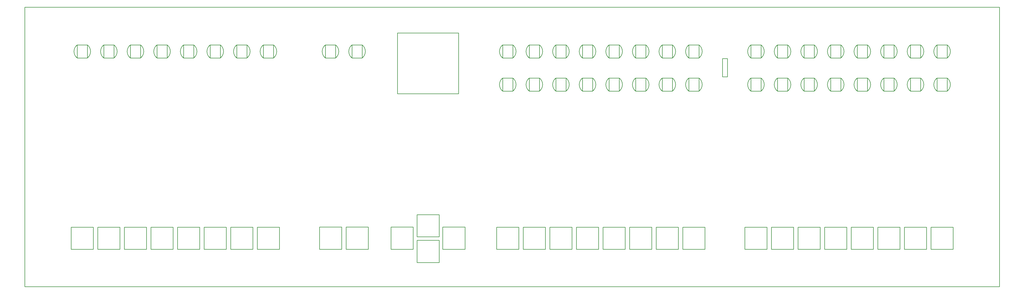
<source format=gko>
G04 Layer: BoardOutlineLayer*
G04 EasyEDA v6.5.34, 2023-08-09 00:33:26*
G04 12fa73737f744ef48033c24246624f9a,5a6b42c53f6a479593ecc07194224c93,10*
G04 Gerber Generator version 0.2*
G04 Scale: 100 percent, Rotated: No, Reflected: No *
G04 Dimensions in millimeters *
G04 leading zeros omitted , absolute positions ,4 integer and 5 decimal *
%FSLAX45Y45*%
%MOMM*%

%ADD10C,0.2540*%
D10*
X0Y12852400D02*
G01*
X44691300Y12852400D01*
X44691300Y0D01*
X0Y0D01*
X0Y12852400D01*
G75*
G01*
X3626505Y10521147D02*
G02*
X3626749Y11119843I234195J299253D01*
X3626749Y11119843D02*
G01*
X3626505Y10521147D01*
X3626302Y11120399D02*
G01*
X3626302Y10520400D01*
X3626302Y10520400D02*
G01*
X4095302Y10520400D01*
X4095302Y10520400D02*
G01*
X4095302Y11120399D01*
X4095302Y11120399D02*
G01*
X3626302Y11120399D01*
G75*
G01*
X4094897Y10521147D02*
G03*
X4094653Y11119843I-234196J299253D01*
X4094652Y11119843D02*
G01*
X4094896Y10521147D01*
G75*
G01*
X2875697Y10521147D02*
G03*
X2875453Y11119843I-234196J299253D01*
X2875452Y11119843D02*
G01*
X2875696Y10521147D01*
X2407102Y11120399D02*
G01*
X2407102Y10520400D01*
X2407102Y10520400D02*
G01*
X2876102Y10520400D01*
X2876102Y10520400D02*
G01*
X2876102Y11120399D01*
X2876102Y11120399D02*
G01*
X2407102Y11120399D01*
G75*
G01*
X2407305Y10521147D02*
G02*
X2407549Y11119843I234195J299253D01*
X2407549Y11119843D02*
G01*
X2407305Y10521147D01*
G75*
G01*
X5314097Y10521147D02*
G03*
X5313853Y11119843I-234196J299253D01*
X5313852Y11119843D02*
G01*
X5314096Y10521147D01*
X4845502Y11120399D02*
G01*
X4845502Y10520400D01*
X4845502Y10520400D02*
G01*
X5314502Y10520400D01*
X5314502Y10520400D02*
G01*
X5314502Y11120399D01*
X5314502Y11120399D02*
G01*
X4845502Y11120399D01*
G75*
G01*
X4845705Y10521147D02*
G02*
X4845949Y11119843I234195J299253D01*
X4845949Y11119843D02*
G01*
X4845705Y10521147D01*
G75*
G01*
X6533297Y10521147D02*
G03*
X6533053Y11119843I-234196J299253D01*
X6533052Y11119843D02*
G01*
X6533296Y10521147D01*
X6064702Y11120399D02*
G01*
X6064702Y10520400D01*
X6064702Y10520400D02*
G01*
X6533702Y10520400D01*
X6533702Y10520400D02*
G01*
X6533702Y11120399D01*
X6533702Y11120399D02*
G01*
X6064702Y11120399D01*
G75*
G01*
X6064905Y10521147D02*
G02*
X6065149Y11119843I234195J299253D01*
X6065149Y11119843D02*
G01*
X6064905Y10521147D01*
G75*
G01*
X7752497Y10521147D02*
G03*
X7752253Y11119843I-234196J299253D01*
X7752252Y11119843D02*
G01*
X7752496Y10521147D01*
X7283902Y11120399D02*
G01*
X7283902Y10520400D01*
X7283902Y10520400D02*
G01*
X7752902Y10520400D01*
X7752902Y10520400D02*
G01*
X7752902Y11120399D01*
X7752902Y11120399D02*
G01*
X7283902Y11120399D01*
G75*
G01*
X7284105Y10521147D02*
G02*
X7284349Y11119843I234195J299253D01*
X7284349Y11119843D02*
G01*
X7284105Y10521147D01*
G75*
G01*
X8971697Y10521147D02*
G03*
X8971453Y11119843I-234196J299253D01*
X8971452Y11119843D02*
G01*
X8971696Y10521147D01*
X8503102Y11120399D02*
G01*
X8503102Y10520400D01*
X8503102Y10520400D02*
G01*
X8972102Y10520400D01*
X8972102Y10520400D02*
G01*
X8972102Y11120399D01*
X8972102Y11120399D02*
G01*
X8503102Y11120399D01*
G75*
G01*
X8503305Y10521147D02*
G02*
X8503549Y11119843I234195J299253D01*
X8503549Y11119843D02*
G01*
X8503305Y10521147D01*
G75*
G01*
X10190897Y10521147D02*
G03*
X10190653Y11119843I-234196J299253D01*
X10190652Y11119843D02*
G01*
X10190896Y10521147D01*
X9722302Y11120399D02*
G01*
X9722302Y10520400D01*
X9722302Y10520400D02*
G01*
X10191302Y10520400D01*
X10191302Y10520400D02*
G01*
X10191302Y11120399D01*
X10191302Y11120399D02*
G01*
X9722302Y11120399D01*
G75*
G01*
X9722505Y10521147D02*
G02*
X9722749Y11119843I234195J299253D01*
X9722749Y11119843D02*
G01*
X9722505Y10521147D01*
G75*
G01*
X11410097Y10521147D02*
G03*
X11409853Y11119843I-234196J299253D01*
X11409852Y11119843D02*
G01*
X11410096Y10521147D01*
X10941502Y11120399D02*
G01*
X10941502Y10520400D01*
X10941502Y10520400D02*
G01*
X11410502Y10520400D01*
X11410502Y10520400D02*
G01*
X11410502Y11120399D01*
X11410502Y11120399D02*
G01*
X10941502Y11120399D01*
G75*
G01*
X10941705Y10521147D02*
G02*
X10941949Y11119843I234195J299253D01*
X10941949Y11119843D02*
G01*
X10941705Y10521147D01*
G75*
G01*
X14254897Y10521147D02*
G03*
X14254653Y11119843I-234196J299253D01*
X14254652Y11119843D02*
G01*
X14254896Y10521147D01*
X13786302Y11120399D02*
G01*
X13786302Y10520400D01*
X13786302Y10520400D02*
G01*
X14255302Y10520400D01*
X14255302Y10520400D02*
G01*
X14255302Y11120399D01*
X14255302Y11120399D02*
G01*
X13786302Y11120399D01*
G75*
G01*
X13786505Y10521147D02*
G02*
X13786749Y11119843I234195J299253D01*
X13786749Y11119843D02*
G01*
X13786505Y10521147D01*
G75*
G01*
X41828105Y10521147D02*
G02*
X41828349Y11119843I234195J299253D01*
X41828349Y11119843D02*
G01*
X41828105Y10521147D01*
X41827902Y11120399D02*
G01*
X41827902Y10520400D01*
X41827902Y10520400D02*
G01*
X42296902Y10520400D01*
X42296902Y10520400D02*
G01*
X42296902Y11120399D01*
X42296902Y11120399D02*
G01*
X41827902Y11120399D01*
G75*
G01*
X42296497Y10521147D02*
G03*
X42296253Y11119843I-234196J299253D01*
X42296252Y11119843D02*
G01*
X42296496Y10521147D01*
G75*
G01*
X40608905Y10521147D02*
G02*
X40609149Y11119843I234195J299253D01*
X40609149Y11119843D02*
G01*
X40608905Y10521147D01*
X40608702Y11120399D02*
G01*
X40608702Y10520400D01*
X40608702Y10520400D02*
G01*
X41077702Y10520400D01*
X41077702Y10520400D02*
G01*
X41077702Y11120399D01*
X41077702Y11120399D02*
G01*
X40608702Y11120399D01*
G75*
G01*
X41077297Y10521147D02*
G03*
X41077053Y11119843I-234196J299253D01*
X41077052Y11119843D02*
G01*
X41077296Y10521147D01*
G75*
G01*
X39389705Y10521147D02*
G02*
X39389949Y11119843I234195J299253D01*
X39389949Y11119843D02*
G01*
X39389705Y10521147D01*
X39389502Y11120399D02*
G01*
X39389502Y10520400D01*
X39389502Y10520400D02*
G01*
X39858502Y10520400D01*
X39858502Y10520400D02*
G01*
X39858502Y11120399D01*
X39858502Y11120399D02*
G01*
X39389502Y11120399D01*
G75*
G01*
X39858097Y10521147D02*
G03*
X39857853Y11119843I-234196J299253D01*
X39857852Y11119843D02*
G01*
X39858096Y10521147D01*
G75*
G01*
X38170505Y10521147D02*
G02*
X38170749Y11119843I234195J299253D01*
X38170749Y11119843D02*
G01*
X38170505Y10521147D01*
X38170302Y11120399D02*
G01*
X38170302Y10520400D01*
X38170302Y10520400D02*
G01*
X38639302Y10520400D01*
X38639302Y10520400D02*
G01*
X38639302Y11120399D01*
X38639302Y11120399D02*
G01*
X38170302Y11120399D01*
G75*
G01*
X38638897Y10521147D02*
G03*
X38638653Y11119843I-234196J299253D01*
X38638652Y11119843D02*
G01*
X38638896Y10521147D01*
G75*
G01*
X36951305Y10521147D02*
G02*
X36951549Y11119843I234195J299253D01*
X36951549Y11119843D02*
G01*
X36951305Y10521147D01*
X36951102Y11120399D02*
G01*
X36951102Y10520400D01*
X36951102Y10520400D02*
G01*
X37420102Y10520400D01*
X37420102Y10520400D02*
G01*
X37420102Y11120399D01*
X37420102Y11120399D02*
G01*
X36951102Y11120399D01*
G75*
G01*
X37419697Y10521147D02*
G03*
X37419453Y11119843I-234196J299253D01*
X37419452Y11119843D02*
G01*
X37419696Y10521147D01*
G75*
G01*
X35732105Y10521147D02*
G02*
X35732349Y11119843I234195J299253D01*
X35732349Y11119843D02*
G01*
X35732105Y10521147D01*
X35731902Y11120399D02*
G01*
X35731902Y10520400D01*
X35731902Y10520400D02*
G01*
X36200902Y10520400D01*
X36200902Y10520400D02*
G01*
X36200902Y11120399D01*
X36200902Y11120399D02*
G01*
X35731902Y11120399D01*
G75*
G01*
X36200497Y10521147D02*
G03*
X36200253Y11119843I-234196J299253D01*
X36200252Y11119843D02*
G01*
X36200496Y10521147D01*
G75*
G01*
X33293705Y10521147D02*
G02*
X33293949Y11119843I234195J299253D01*
X33293949Y11119843D02*
G01*
X33293705Y10521147D01*
X33293502Y11120399D02*
G01*
X33293502Y10520400D01*
X33293502Y10520400D02*
G01*
X33762502Y10520400D01*
X33762502Y10520400D02*
G01*
X33762502Y11120399D01*
X33762502Y11120399D02*
G01*
X33293502Y11120399D01*
G75*
G01*
X33762097Y10521147D02*
G03*
X33761853Y11119843I-234196J299253D01*
X33761852Y11119843D02*
G01*
X33762096Y10521147D01*
G75*
G01*
X34981297Y10521147D02*
G03*
X34981053Y11119843I-234196J299253D01*
X34981052Y11119843D02*
G01*
X34981296Y10521147D01*
X34512702Y11120399D02*
G01*
X34512702Y10520400D01*
X34512702Y10520400D02*
G01*
X34981702Y10520400D01*
X34981702Y10520400D02*
G01*
X34981702Y11120399D01*
X34981702Y11120399D02*
G01*
X34512702Y11120399D01*
G75*
G01*
X34512905Y10521147D02*
G02*
X34513149Y11119843I234195J299253D01*
X34513149Y11119843D02*
G01*
X34512905Y10521147D01*
G75*
G01*
X23133705Y10521147D02*
G02*
X23133949Y11119843I234195J299253D01*
X23133949Y11119843D02*
G01*
X23133705Y10521147D01*
X23133502Y11120399D02*
G01*
X23133502Y10520400D01*
X23133502Y10520400D02*
G01*
X23602502Y10520400D01*
X23602502Y10520400D02*
G01*
X23602502Y11120399D01*
X23602502Y11120399D02*
G01*
X23133502Y11120399D01*
G75*
G01*
X23602097Y10521147D02*
G03*
X23601853Y11119843I-234196J299253D01*
X23601852Y11119843D02*
G01*
X23602096Y10521147D01*
G75*
G01*
X22382897Y10521147D02*
G03*
X22382653Y11119843I-234196J299253D01*
X22382652Y11119843D02*
G01*
X22382896Y10521147D01*
X21914302Y11120399D02*
G01*
X21914302Y10520400D01*
X21914302Y10520400D02*
G01*
X22383302Y10520400D01*
X22383302Y10520400D02*
G01*
X22383302Y11120399D01*
X22383302Y11120399D02*
G01*
X21914302Y11120399D01*
G75*
G01*
X21914505Y10521147D02*
G02*
X21914749Y11119843I234195J299253D01*
X21914749Y11119843D02*
G01*
X21914505Y10521147D01*
G75*
G01*
X24821297Y10521147D02*
G03*
X24821053Y11119843I-234196J299253D01*
X24821052Y11119843D02*
G01*
X24821296Y10521147D01*
X24352702Y11120399D02*
G01*
X24352702Y10520400D01*
X24352702Y10520400D02*
G01*
X24821702Y10520400D01*
X24821702Y10520400D02*
G01*
X24821702Y11120399D01*
X24821702Y11120399D02*
G01*
X24352702Y11120399D01*
G75*
G01*
X24352905Y10521147D02*
G02*
X24353149Y11119843I234195J299253D01*
X24353149Y11119843D02*
G01*
X24352905Y10521147D01*
G75*
G01*
X26040497Y10521147D02*
G03*
X26040253Y11119843I-234196J299253D01*
X26040252Y11119843D02*
G01*
X26040496Y10521147D01*
X25571902Y11120399D02*
G01*
X25571902Y10520400D01*
X25571902Y10520400D02*
G01*
X26040902Y10520400D01*
X26040902Y10520400D02*
G01*
X26040902Y11120399D01*
X26040902Y11120399D02*
G01*
X25571902Y11120399D01*
G75*
G01*
X25572105Y10521147D02*
G02*
X25572349Y11119843I234195J299253D01*
X25572349Y11119843D02*
G01*
X25572105Y10521147D01*
G75*
G01*
X27259697Y10521147D02*
G03*
X27259453Y11119843I-234196J299253D01*
X27259452Y11119843D02*
G01*
X27259696Y10521147D01*
X26791102Y11120399D02*
G01*
X26791102Y10520400D01*
X26791102Y10520400D02*
G01*
X27260102Y10520400D01*
X27260102Y10520400D02*
G01*
X27260102Y11120399D01*
X27260102Y11120399D02*
G01*
X26791102Y11120399D01*
G75*
G01*
X26791305Y10521147D02*
G02*
X26791549Y11119843I234195J299253D01*
X26791549Y11119843D02*
G01*
X26791305Y10521147D01*
G75*
G01*
X28478897Y10521147D02*
G03*
X28478653Y11119843I-234196J299253D01*
X28478652Y11119843D02*
G01*
X28478896Y10521147D01*
X28010302Y11120399D02*
G01*
X28010302Y10520400D01*
X28010302Y10520400D02*
G01*
X28479302Y10520400D01*
X28479302Y10520400D02*
G01*
X28479302Y11120399D01*
X28479302Y11120399D02*
G01*
X28010302Y11120399D01*
G75*
G01*
X28010505Y10521147D02*
G02*
X28010749Y11119843I234195J299253D01*
X28010749Y11119843D02*
G01*
X28010505Y10521147D01*
G75*
G01*
X29698097Y10521147D02*
G03*
X29697853Y11119843I-234196J299253D01*
X29697852Y11119843D02*
G01*
X29698096Y10521147D01*
X29229502Y11120399D02*
G01*
X29229502Y10520400D01*
X29229502Y10520400D02*
G01*
X29698502Y10520400D01*
X29698502Y10520400D02*
G01*
X29698502Y11120399D01*
X29698502Y11120399D02*
G01*
X29229502Y11120399D01*
G75*
G01*
X29229705Y10521147D02*
G02*
X29229949Y11119843I234195J299253D01*
X29229949Y11119843D02*
G01*
X29229705Y10521147D01*
G75*
G01*
X30917297Y10521147D02*
G03*
X30917053Y11119843I-234196J299253D01*
X30917052Y11119843D02*
G01*
X30917296Y10521147D01*
X30448702Y11120399D02*
G01*
X30448702Y10520400D01*
X30448702Y10520400D02*
G01*
X30917702Y10520400D01*
X30917702Y10520400D02*
G01*
X30917702Y11120399D01*
X30917702Y11120399D02*
G01*
X30448702Y11120399D01*
G75*
G01*
X30448905Y10521147D02*
G02*
X30449149Y11119843I234195J299253D01*
X30449149Y11119843D02*
G01*
X30448905Y10521147D01*
G75*
G01*
X34512905Y8997147D02*
G02*
X34513149Y9595843I234195J299253D01*
X34513149Y9595843D02*
G01*
X34512905Y8997147D01*
X34512702Y9596399D02*
G01*
X34512702Y8996400D01*
X34512702Y8996400D02*
G01*
X34981702Y8996400D01*
X34981702Y8996400D02*
G01*
X34981702Y9596399D01*
X34981702Y9596399D02*
G01*
X34512702Y9596399D01*
G75*
G01*
X34981297Y8997147D02*
G03*
X34981053Y9595843I-234196J299253D01*
X34981052Y9595843D02*
G01*
X34981296Y8997147D01*
G75*
G01*
X33762097Y8997147D02*
G03*
X33761853Y9595843I-234196J299253D01*
X33761852Y9595843D02*
G01*
X33762096Y8997147D01*
X33293502Y9596399D02*
G01*
X33293502Y8996400D01*
X33293502Y8996400D02*
G01*
X33762502Y8996400D01*
X33762502Y8996400D02*
G01*
X33762502Y9596399D01*
X33762502Y9596399D02*
G01*
X33293502Y9596399D01*
G75*
G01*
X33293705Y8997147D02*
G02*
X33293949Y9595843I234195J299253D01*
X33293949Y9595843D02*
G01*
X33293705Y8997147D01*
G75*
G01*
X36200497Y8997147D02*
G03*
X36200253Y9595843I-234196J299253D01*
X36200252Y9595843D02*
G01*
X36200496Y8997147D01*
X35731902Y9596399D02*
G01*
X35731902Y8996400D01*
X35731902Y8996400D02*
G01*
X36200902Y8996400D01*
X36200902Y8996400D02*
G01*
X36200902Y9596399D01*
X36200902Y9596399D02*
G01*
X35731902Y9596399D01*
G75*
G01*
X35732105Y8997147D02*
G02*
X35732349Y9595843I234195J299253D01*
X35732349Y9595843D02*
G01*
X35732105Y8997147D01*
G75*
G01*
X37419697Y8997147D02*
G03*
X37419453Y9595843I-234196J299253D01*
X37419452Y9595843D02*
G01*
X37419696Y8997147D01*
X36951102Y9596399D02*
G01*
X36951102Y8996400D01*
X36951102Y8996400D02*
G01*
X37420102Y8996400D01*
X37420102Y8996400D02*
G01*
X37420102Y9596399D01*
X37420102Y9596399D02*
G01*
X36951102Y9596399D01*
G75*
G01*
X36951305Y8997147D02*
G02*
X36951549Y9595843I234195J299253D01*
X36951549Y9595843D02*
G01*
X36951305Y8997147D01*
G75*
G01*
X38638897Y8997147D02*
G03*
X38638653Y9595843I-234196J299253D01*
X38638652Y9595843D02*
G01*
X38638896Y8997147D01*
X38170302Y9596399D02*
G01*
X38170302Y8996400D01*
X38170302Y8996400D02*
G01*
X38639302Y8996400D01*
X38639302Y8996400D02*
G01*
X38639302Y9596399D01*
X38639302Y9596399D02*
G01*
X38170302Y9596399D01*
G75*
G01*
X38170505Y8997147D02*
G02*
X38170749Y9595843I234195J299253D01*
X38170749Y9595843D02*
G01*
X38170505Y8997147D01*
G75*
G01*
X39858097Y8997147D02*
G03*
X39857853Y9595843I-234196J299253D01*
X39857852Y9595843D02*
G01*
X39858096Y8997147D01*
X39389502Y9596399D02*
G01*
X39389502Y8996400D01*
X39389502Y8996400D02*
G01*
X39858502Y8996400D01*
X39858502Y8996400D02*
G01*
X39858502Y9596399D01*
X39858502Y9596399D02*
G01*
X39389502Y9596399D01*
G75*
G01*
X39389705Y8997147D02*
G02*
X39389949Y9595843I234195J299253D01*
X39389949Y9595843D02*
G01*
X39389705Y8997147D01*
G75*
G01*
X41077297Y8997147D02*
G03*
X41077053Y9595843I-234196J299253D01*
X41077052Y9595843D02*
G01*
X41077296Y8997147D01*
X40608702Y9596399D02*
G01*
X40608702Y8996400D01*
X40608702Y8996400D02*
G01*
X41077702Y8996400D01*
X41077702Y8996400D02*
G01*
X41077702Y9596399D01*
X41077702Y9596399D02*
G01*
X40608702Y9596399D01*
G75*
G01*
X40608905Y8997147D02*
G02*
X40609149Y9595843I234195J299253D01*
X40609149Y9595843D02*
G01*
X40608905Y8997147D01*
G75*
G01*
X42296497Y8997147D02*
G03*
X42296253Y9595843I-234196J299253D01*
X42296252Y9595843D02*
G01*
X42296496Y8997147D01*
X41827902Y9596399D02*
G01*
X41827902Y8996400D01*
X41827902Y8996400D02*
G01*
X42296902Y8996400D01*
X42296902Y8996400D02*
G01*
X42296902Y9596399D01*
X42296902Y9596399D02*
G01*
X41827902Y9596399D01*
G75*
G01*
X41828105Y8997147D02*
G02*
X41828349Y9595843I234195J299253D01*
X41828349Y9595843D02*
G01*
X41828105Y8997147D01*
G75*
G01*
X30448905Y8997147D02*
G02*
X30449149Y9595843I234195J299253D01*
X30449149Y9595843D02*
G01*
X30448905Y8997147D01*
X30448702Y9596399D02*
G01*
X30448702Y8996400D01*
X30448702Y8996400D02*
G01*
X30917702Y8996400D01*
X30917702Y8996400D02*
G01*
X30917702Y9596399D01*
X30917702Y9596399D02*
G01*
X30448702Y9596399D01*
G75*
G01*
X30917297Y8997147D02*
G03*
X30917053Y9595843I-234196J299253D01*
X30917052Y9595843D02*
G01*
X30917296Y8997147D01*
G75*
G01*
X29229705Y8997147D02*
G02*
X29229949Y9595843I234195J299253D01*
X29229949Y9595843D02*
G01*
X29229705Y8997147D01*
X29229502Y9596399D02*
G01*
X29229502Y8996400D01*
X29229502Y8996400D02*
G01*
X29698502Y8996400D01*
X29698502Y8996400D02*
G01*
X29698502Y9596399D01*
X29698502Y9596399D02*
G01*
X29229502Y9596399D01*
G75*
G01*
X29698097Y8997147D02*
G03*
X29697853Y9595843I-234196J299253D01*
X29697852Y9595843D02*
G01*
X29698096Y8997147D01*
G75*
G01*
X28010505Y8997147D02*
G02*
X28010749Y9595843I234195J299253D01*
X28010749Y9595843D02*
G01*
X28010505Y8997147D01*
X28010302Y9596399D02*
G01*
X28010302Y8996400D01*
X28010302Y8996400D02*
G01*
X28479302Y8996400D01*
X28479302Y8996400D02*
G01*
X28479302Y9596399D01*
X28479302Y9596399D02*
G01*
X28010302Y9596399D01*
G75*
G01*
X28478897Y8997147D02*
G03*
X28478653Y9595843I-234196J299253D01*
X28478652Y9595843D02*
G01*
X28478896Y8997147D01*
G75*
G01*
X26791305Y8997147D02*
G02*
X26791549Y9595843I234195J299253D01*
X26791549Y9595843D02*
G01*
X26791305Y8997147D01*
X26791102Y9596399D02*
G01*
X26791102Y8996400D01*
X26791102Y8996400D02*
G01*
X27260102Y8996400D01*
X27260102Y8996400D02*
G01*
X27260102Y9596399D01*
X27260102Y9596399D02*
G01*
X26791102Y9596399D01*
G75*
G01*
X27259697Y8997147D02*
G03*
X27259453Y9595843I-234196J299253D01*
X27259452Y9595843D02*
G01*
X27259696Y8997147D01*
G75*
G01*
X25572105Y8997147D02*
G02*
X25572349Y9595843I234195J299253D01*
X25572349Y9595843D02*
G01*
X25572105Y8997147D01*
X25571902Y9596399D02*
G01*
X25571902Y8996400D01*
X25571902Y8996400D02*
G01*
X26040902Y8996400D01*
X26040902Y8996400D02*
G01*
X26040902Y9596399D01*
X26040902Y9596399D02*
G01*
X25571902Y9596399D01*
G75*
G01*
X26040497Y8997147D02*
G03*
X26040253Y9595843I-234196J299253D01*
X26040252Y9595843D02*
G01*
X26040496Y8997147D01*
G75*
G01*
X24352905Y8997147D02*
G02*
X24353149Y9595843I234195J299253D01*
X24353149Y9595843D02*
G01*
X24352905Y8997147D01*
X24352702Y9596399D02*
G01*
X24352702Y8996400D01*
X24352702Y8996400D02*
G01*
X24821702Y8996400D01*
X24821702Y8996400D02*
G01*
X24821702Y9596399D01*
X24821702Y9596399D02*
G01*
X24352702Y9596399D01*
G75*
G01*
X24821297Y8997147D02*
G03*
X24821053Y9595843I-234196J299253D01*
X24821052Y9595843D02*
G01*
X24821296Y8997147D01*
G75*
G01*
X21914505Y8997147D02*
G02*
X21914749Y9595843I234195J299253D01*
X21914749Y9595843D02*
G01*
X21914505Y8997147D01*
X21914302Y9596399D02*
G01*
X21914302Y8996400D01*
X21914302Y8996400D02*
G01*
X22383302Y8996400D01*
X22383302Y8996400D02*
G01*
X22383302Y9596399D01*
X22383302Y9596399D02*
G01*
X21914302Y9596399D01*
G75*
G01*
X22382897Y8997147D02*
G03*
X22382653Y9595843I-234196J299253D01*
X22382652Y9595843D02*
G01*
X22382896Y8997147D01*
G75*
G01*
X23602097Y8997147D02*
G03*
X23601853Y9595843I-234196J299253D01*
X23601852Y9595843D02*
G01*
X23602096Y8997147D01*
X23133502Y9596399D02*
G01*
X23133502Y8996400D01*
X23133502Y8996400D02*
G01*
X23602502Y8996400D01*
X23602502Y8996400D02*
G01*
X23602502Y9596399D01*
X23602502Y9596399D02*
G01*
X23133502Y9596399D01*
G75*
G01*
X23133705Y8997147D02*
G02*
X23133949Y9595843I234195J299253D01*
X23133949Y9595843D02*
G01*
X23133705Y8997147D01*
X2127585Y2740860D02*
G01*
X2127585Y1720860D01*
X2127585Y1720860D02*
G01*
X3147585Y1720860D01*
X3147585Y1720860D02*
G01*
X3147585Y2740860D01*
X3147585Y2740860D02*
G01*
X2127585Y2740860D01*
X4565985Y2740860D02*
G01*
X4565985Y1720860D01*
X4565985Y1720860D02*
G01*
X5585985Y1720860D01*
X5585985Y1720860D02*
G01*
X5585985Y2740860D01*
X5585985Y2740860D02*
G01*
X4565985Y2740860D01*
X21634785Y2740860D02*
G01*
X21634785Y1720860D01*
X21634785Y1720860D02*
G01*
X22654785Y1720860D01*
X22654785Y1720860D02*
G01*
X22654785Y2740860D01*
X22654785Y2740860D02*
G01*
X21634785Y2740860D01*
X22853985Y2740860D02*
G01*
X22853985Y1720860D01*
X22853985Y1720860D02*
G01*
X23873985Y1720860D01*
X23873985Y1720860D02*
G01*
X23873985Y2740860D01*
X23873985Y2740860D02*
G01*
X22853985Y2740860D01*
X24073185Y2740860D02*
G01*
X24073185Y1720860D01*
X24073185Y1720860D02*
G01*
X25093185Y1720860D01*
X25093185Y1720860D02*
G01*
X25093185Y2740860D01*
X25093185Y2740860D02*
G01*
X24073185Y2740860D01*
X25292385Y2740860D02*
G01*
X25292385Y1720860D01*
X25292385Y1720860D02*
G01*
X26312385Y1720860D01*
X26312385Y1720860D02*
G01*
X26312385Y2740860D01*
X26312385Y2740860D02*
G01*
X25292385Y2740860D01*
X26511585Y2740860D02*
G01*
X26511585Y1720860D01*
X26511585Y1720860D02*
G01*
X27531585Y1720860D01*
X27531585Y1720860D02*
G01*
X27531585Y2740860D01*
X27531585Y2740860D02*
G01*
X26511585Y2740860D01*
X27730785Y2740860D02*
G01*
X27730785Y1720860D01*
X27730785Y1720860D02*
G01*
X28750785Y1720860D01*
X28750785Y1720860D02*
G01*
X28750785Y2740860D01*
X28750785Y2740860D02*
G01*
X27730785Y2740860D01*
X28949985Y2740860D02*
G01*
X28949985Y1720860D01*
X28949985Y1720860D02*
G01*
X29969985Y1720860D01*
X29969985Y1720860D02*
G01*
X29969985Y2740860D01*
X29969985Y2740860D02*
G01*
X28949985Y2740860D01*
X30169185Y2740860D02*
G01*
X30169185Y1720860D01*
X30169185Y1720860D02*
G01*
X31189185Y1720860D01*
X31189185Y1720860D02*
G01*
X31189185Y2740860D01*
X31189185Y2740860D02*
G01*
X30169185Y2740860D01*
X33013985Y2740860D02*
G01*
X33013985Y1720860D01*
X33013985Y1720860D02*
G01*
X34033985Y1720860D01*
X34033985Y1720860D02*
G01*
X34033985Y2740860D01*
X34033985Y2740860D02*
G01*
X33013985Y2740860D01*
X34233185Y2740860D02*
G01*
X34233185Y1720860D01*
X34233185Y1720860D02*
G01*
X35253185Y1720860D01*
X35253185Y1720860D02*
G01*
X35253185Y2740860D01*
X35253185Y2740860D02*
G01*
X34233185Y2740860D01*
X35452385Y2740860D02*
G01*
X35452385Y1720860D01*
X35452385Y1720860D02*
G01*
X36472385Y1720860D01*
X36472385Y1720860D02*
G01*
X36472385Y2740860D01*
X36472385Y2740860D02*
G01*
X35452385Y2740860D01*
X36671585Y2740860D02*
G01*
X36671585Y1720860D01*
X36671585Y1720860D02*
G01*
X37691585Y1720860D01*
X37691585Y1720860D02*
G01*
X37691585Y2740860D01*
X37691585Y2740860D02*
G01*
X36671585Y2740860D01*
X37890785Y2740860D02*
G01*
X37890785Y1720860D01*
X37890785Y1720860D02*
G01*
X38910785Y1720860D01*
X38910785Y1720860D02*
G01*
X38910785Y2740860D01*
X38910785Y2740860D02*
G01*
X37890785Y2740860D01*
X39109985Y2740860D02*
G01*
X39109985Y1720860D01*
X39109985Y1720860D02*
G01*
X40129985Y1720860D01*
X40129985Y1720860D02*
G01*
X40129985Y2740860D01*
X40129985Y2740860D02*
G01*
X39109985Y2740860D01*
X40329185Y2740860D02*
G01*
X40329185Y1720860D01*
X40329185Y1720860D02*
G01*
X41349185Y1720860D01*
X41349185Y1720860D02*
G01*
X41349185Y2740860D01*
X41349185Y2740860D02*
G01*
X40329185Y2740860D01*
X41548385Y2740860D02*
G01*
X41548385Y1720860D01*
X41548385Y1720860D02*
G01*
X42568385Y1720860D01*
X42568385Y1720860D02*
G01*
X42568385Y2740860D01*
X42568385Y2740860D02*
G01*
X41548385Y2740860D01*
X3346785Y2740860D02*
G01*
X3346785Y1720860D01*
X3346785Y1720860D02*
G01*
X4366785Y1720860D01*
X4366785Y1720860D02*
G01*
X4366785Y2740860D01*
X4366785Y2740860D02*
G01*
X3346785Y2740860D01*
X4565985Y2740860D02*
G01*
X4565985Y1720860D01*
X4565985Y1720860D02*
G01*
X5585985Y1720860D01*
X5585985Y1720860D02*
G01*
X5585985Y2740860D01*
X5585985Y2740860D02*
G01*
X4565985Y2740860D01*
X5785185Y2740860D02*
G01*
X5785185Y1720860D01*
X5785185Y1720860D02*
G01*
X6805185Y1720860D01*
X6805185Y1720860D02*
G01*
X6805185Y2740860D01*
X6805185Y2740860D02*
G01*
X5785185Y2740860D01*
X7004385Y2740860D02*
G01*
X7004385Y1720860D01*
X7004385Y1720860D02*
G01*
X8024385Y1720860D01*
X8024385Y1720860D02*
G01*
X8024385Y2740860D01*
X8024385Y2740860D02*
G01*
X7004385Y2740860D01*
X8223585Y2740860D02*
G01*
X8223585Y1720860D01*
X8223585Y1720860D02*
G01*
X9243585Y1720860D01*
X9243585Y1720860D02*
G01*
X9243585Y2740860D01*
X9243585Y2740860D02*
G01*
X8223585Y2740860D01*
X9442785Y2740860D02*
G01*
X9442785Y1720860D01*
X9442785Y1720860D02*
G01*
X10462785Y1720860D01*
X10462785Y1720860D02*
G01*
X10462785Y2740860D01*
X10462785Y2740860D02*
G01*
X9442785Y2740860D01*
X10661985Y2740860D02*
G01*
X10661985Y1720860D01*
X10661985Y1720860D02*
G01*
X11681985Y1720860D01*
X11681985Y1720860D02*
G01*
X11681985Y2740860D01*
X11681985Y2740860D02*
G01*
X10661985Y2740860D01*
G75*
G01*
X15005705Y10521147D02*
G02*
X15005949Y11119843I234195J299253D01*
X15005949Y11119843D02*
G01*
X15005705Y10521147D01*
X15005502Y11120399D02*
G01*
X15005502Y10520400D01*
X15005502Y10520400D02*
G01*
X15474502Y10520400D01*
X15474502Y10520400D02*
G01*
X15474502Y11120399D01*
X15474502Y11120399D02*
G01*
X15005502Y11120399D01*
G75*
G01*
X15474097Y10521147D02*
G03*
X15473853Y11119843I-234196J299253D01*
X15473852Y11119843D02*
G01*
X15474096Y10521147D01*
X13512800Y2743200D02*
G01*
X13512800Y1723199D01*
X13512800Y1723199D02*
G01*
X14532800Y1723199D01*
X14532800Y1723199D02*
G01*
X14532800Y2743200D01*
X14532800Y2743200D02*
G01*
X13512800Y2743200D01*
X14732000Y2743200D02*
G01*
X14732000Y1723199D01*
X14732000Y1723199D02*
G01*
X15752000Y1723199D01*
X15752000Y1723199D02*
G01*
X15752000Y2743200D01*
X15752000Y2743200D02*
G01*
X14732000Y2743200D01*
X16789400Y2743200D02*
G01*
X16789400Y1723199D01*
X16789400Y1723199D02*
G01*
X17809400Y1723199D01*
X17809400Y1723199D02*
G01*
X17809400Y2743200D01*
X17809400Y2743200D02*
G01*
X16789400Y2743200D01*
X17983200Y3314700D02*
G01*
X17983200Y2294699D01*
X17983200Y2294699D02*
G01*
X19003200Y2294699D01*
X19003200Y2294699D02*
G01*
X19003200Y3314700D01*
X19003200Y3314700D02*
G01*
X17983200Y3314700D01*
X19164300Y2743200D02*
G01*
X19164300Y1723199D01*
X19164300Y1723199D02*
G01*
X20184300Y1723199D01*
X20184300Y1723199D02*
G01*
X20184300Y2743200D01*
X20184300Y2743200D02*
G01*
X19164300Y2743200D01*
X17983200Y2133600D02*
G01*
X17983200Y1113599D01*
X17983200Y1113599D02*
G01*
X19003200Y1113599D01*
X19003200Y1113599D02*
G01*
X19003200Y2133600D01*
X19003200Y2133600D02*
G01*
X17983200Y2133600D01*
X17089216Y8873416D02*
G01*
X19889210Y8873416D01*
X19889210Y8873416D02*
G01*
X19889210Y11673410D01*
X19889210Y11673410D02*
G01*
X17089216Y11673410D01*
X17089216Y11673410D02*
G01*
X17089216Y8873416D01*
X31991300Y10490200D02*
G01*
X31991300Y9652000D01*
X31991300Y9652000D02*
G01*
X32219900Y9652000D01*
X32219900Y9652000D02*
G01*
X32219900Y10490200D01*
X32219900Y10490200D02*
G01*
X31991300Y10490200D01*

%LPD*%
M02*

</source>
